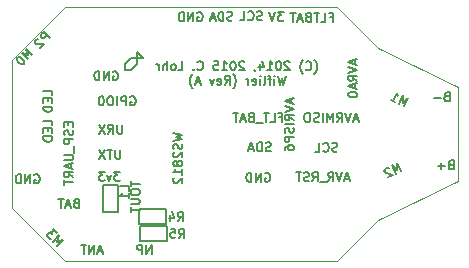
<source format=gbo>
G04 (created by PCBNEW (2013-jul-07)-stable) date Fri 12 Jun 2015 01:12:31 PM EDT*
%MOIN*%
G04 Gerber Fmt 3.4, Leading zero omitted, Abs format*
%FSLAX34Y34*%
G01*
G70*
G90*
G04 APERTURE LIST*
%ADD10C,0.00590551*%
%ADD11C,0.006*%
%ADD12C,0.00393701*%
%ADD13C,0.00787402*%
%ADD14C,0.005*%
G04 APERTURE END LIST*
G54D10*
G54D11*
X26814Y-23028D02*
X26914Y-23028D01*
X26914Y-23185D02*
X26914Y-22885D01*
X26772Y-22885D01*
X26514Y-23185D02*
X26657Y-23185D01*
X26657Y-22885D01*
X26457Y-22885D02*
X26286Y-22885D01*
X26372Y-23185D02*
X26372Y-22885D01*
X26257Y-23214D02*
X26029Y-23214D01*
X25857Y-23028D02*
X25815Y-23042D01*
X25800Y-23056D01*
X25786Y-23085D01*
X25786Y-23128D01*
X25800Y-23156D01*
X25815Y-23171D01*
X25843Y-23185D01*
X25957Y-23185D01*
X25957Y-22885D01*
X25857Y-22885D01*
X25829Y-22899D01*
X25815Y-22914D01*
X25800Y-22942D01*
X25800Y-22971D01*
X25815Y-22999D01*
X25829Y-23014D01*
X25857Y-23028D01*
X25957Y-23028D01*
X25672Y-23099D02*
X25529Y-23099D01*
X25700Y-23185D02*
X25600Y-22885D01*
X25500Y-23185D01*
X25443Y-22885D02*
X25272Y-22885D01*
X25357Y-23185D02*
X25357Y-22885D01*
X26523Y-24159D02*
X26480Y-24173D01*
X26408Y-24173D01*
X26380Y-24159D01*
X26366Y-24144D01*
X26351Y-24116D01*
X26351Y-24087D01*
X26366Y-24059D01*
X26380Y-24044D01*
X26408Y-24030D01*
X26466Y-24016D01*
X26494Y-24002D01*
X26508Y-23987D01*
X26523Y-23959D01*
X26523Y-23930D01*
X26508Y-23902D01*
X26494Y-23887D01*
X26466Y-23873D01*
X26394Y-23873D01*
X26351Y-23887D01*
X26223Y-24173D02*
X26223Y-23873D01*
X26151Y-23873D01*
X26109Y-23887D01*
X26080Y-23916D01*
X26066Y-23944D01*
X26051Y-24002D01*
X26051Y-24044D01*
X26066Y-24102D01*
X26080Y-24130D01*
X26109Y-24159D01*
X26151Y-24173D01*
X26223Y-24173D01*
X25937Y-24087D02*
X25794Y-24087D01*
X25966Y-24173D02*
X25866Y-23873D01*
X25766Y-24173D01*
X26338Y-24902D02*
X26367Y-24888D01*
X26410Y-24888D01*
X26452Y-24902D01*
X26481Y-24931D01*
X26495Y-24959D01*
X26510Y-25017D01*
X26510Y-25059D01*
X26495Y-25117D01*
X26481Y-25145D01*
X26452Y-25174D01*
X26410Y-25188D01*
X26381Y-25188D01*
X26338Y-25174D01*
X26324Y-25159D01*
X26324Y-25059D01*
X26381Y-25059D01*
X26195Y-25188D02*
X26195Y-24888D01*
X26024Y-25188D01*
X26024Y-24888D01*
X25881Y-25188D02*
X25881Y-24888D01*
X25810Y-24888D01*
X25767Y-24902D01*
X25738Y-24931D01*
X25724Y-24959D01*
X25710Y-25017D01*
X25710Y-25059D01*
X25724Y-25117D01*
X25738Y-25145D01*
X25767Y-25174D01*
X25810Y-25188D01*
X25881Y-25188D01*
X29144Y-25081D02*
X29001Y-25081D01*
X29173Y-25167D02*
X29073Y-24867D01*
X28973Y-25167D01*
X28915Y-24867D02*
X28815Y-25167D01*
X28715Y-24867D01*
X28444Y-25167D02*
X28544Y-25024D01*
X28615Y-25167D02*
X28615Y-24867D01*
X28501Y-24867D01*
X28472Y-24881D01*
X28458Y-24896D01*
X28444Y-24924D01*
X28444Y-24967D01*
X28458Y-24996D01*
X28472Y-25010D01*
X28501Y-25024D01*
X28615Y-25024D01*
X28387Y-25196D02*
X28158Y-25196D01*
X27915Y-25167D02*
X28015Y-25024D01*
X28087Y-25167D02*
X28087Y-24867D01*
X27973Y-24867D01*
X27944Y-24881D01*
X27930Y-24896D01*
X27915Y-24924D01*
X27915Y-24967D01*
X27930Y-24996D01*
X27944Y-25010D01*
X27973Y-25024D01*
X28087Y-25024D01*
X27801Y-25153D02*
X27758Y-25167D01*
X27687Y-25167D01*
X27658Y-25153D01*
X27644Y-25138D01*
X27630Y-25110D01*
X27630Y-25081D01*
X27644Y-25053D01*
X27658Y-25038D01*
X27687Y-25024D01*
X27744Y-25010D01*
X27773Y-24996D01*
X27787Y-24981D01*
X27801Y-24953D01*
X27801Y-24924D01*
X27787Y-24896D01*
X27773Y-24881D01*
X27744Y-24867D01*
X27673Y-24867D01*
X27630Y-24881D01*
X27544Y-24867D02*
X27373Y-24867D01*
X27458Y-25167D02*
X27458Y-24867D01*
X28740Y-24170D02*
X28697Y-24184D01*
X28625Y-24184D01*
X28597Y-24170D01*
X28582Y-24155D01*
X28568Y-24127D01*
X28568Y-24098D01*
X28582Y-24070D01*
X28597Y-24055D01*
X28625Y-24041D01*
X28682Y-24027D01*
X28711Y-24013D01*
X28725Y-23998D01*
X28740Y-23970D01*
X28740Y-23941D01*
X28725Y-23913D01*
X28711Y-23898D01*
X28682Y-23884D01*
X28611Y-23884D01*
X28568Y-23898D01*
X28268Y-24155D02*
X28283Y-24170D01*
X28325Y-24184D01*
X28354Y-24184D01*
X28397Y-24170D01*
X28425Y-24141D01*
X28440Y-24113D01*
X28454Y-24055D01*
X28454Y-24013D01*
X28440Y-23955D01*
X28425Y-23927D01*
X28397Y-23898D01*
X28354Y-23884D01*
X28325Y-23884D01*
X28283Y-23898D01*
X28268Y-23913D01*
X27997Y-24184D02*
X28140Y-24184D01*
X28140Y-23884D01*
X29431Y-23107D02*
X29289Y-23107D01*
X29460Y-23193D02*
X29360Y-22893D01*
X29260Y-23193D01*
X29203Y-22893D02*
X29103Y-23193D01*
X29003Y-22893D01*
X28731Y-23193D02*
X28831Y-23050D01*
X28903Y-23193D02*
X28903Y-22893D01*
X28789Y-22893D01*
X28760Y-22907D01*
X28746Y-22922D01*
X28731Y-22950D01*
X28731Y-22993D01*
X28746Y-23022D01*
X28760Y-23036D01*
X28789Y-23050D01*
X28903Y-23050D01*
X28603Y-23193D02*
X28603Y-22893D01*
X28503Y-23107D01*
X28403Y-22893D01*
X28403Y-23193D01*
X28260Y-23193D02*
X28260Y-22893D01*
X28131Y-23179D02*
X28089Y-23193D01*
X28017Y-23193D01*
X27989Y-23179D01*
X27974Y-23164D01*
X27960Y-23136D01*
X27960Y-23107D01*
X27974Y-23079D01*
X27989Y-23064D01*
X28017Y-23050D01*
X28074Y-23036D01*
X28103Y-23022D01*
X28117Y-23007D01*
X28131Y-22979D01*
X28131Y-22950D01*
X28117Y-22922D01*
X28103Y-22907D01*
X28074Y-22893D01*
X28003Y-22893D01*
X27960Y-22907D01*
X27774Y-22893D02*
X27717Y-22893D01*
X27689Y-22907D01*
X27660Y-22936D01*
X27646Y-22993D01*
X27646Y-23093D01*
X27660Y-23150D01*
X27689Y-23179D01*
X27717Y-23193D01*
X27774Y-23193D01*
X27803Y-23179D01*
X27831Y-23150D01*
X27846Y-23093D01*
X27846Y-22993D01*
X27831Y-22936D01*
X27803Y-22907D01*
X27774Y-22893D01*
G54D12*
X28718Y-19360D02*
X19662Y-19360D01*
X28718Y-27825D02*
X19662Y-27825D01*
X19662Y-27825D02*
X17891Y-26053D01*
X17891Y-21132D02*
X19662Y-19360D01*
X32753Y-25167D02*
X30096Y-26447D01*
X32753Y-22018D02*
X32753Y-25167D01*
X30096Y-20738D02*
X32753Y-22018D01*
X17891Y-21132D02*
X17891Y-26053D01*
G54D13*
X21876Y-21461D02*
X21676Y-21461D01*
X22076Y-21261D02*
X21876Y-21461D01*
X22076Y-21061D02*
X22076Y-21261D01*
X22276Y-21061D02*
X22076Y-21061D01*
X22076Y-20861D02*
X22276Y-21061D01*
X22076Y-21061D02*
X22076Y-20861D01*
X21876Y-21061D02*
X22076Y-21061D01*
X21676Y-21261D02*
X21876Y-21061D01*
X21676Y-21461D02*
X21676Y-21261D01*
G54D11*
X27981Y-21575D02*
X27995Y-21561D01*
X28024Y-21518D01*
X28038Y-21490D01*
X28052Y-21447D01*
X28067Y-21375D01*
X28067Y-21318D01*
X28052Y-21247D01*
X28038Y-21204D01*
X28024Y-21175D01*
X27995Y-21132D01*
X27981Y-21118D01*
X27695Y-21432D02*
X27709Y-21447D01*
X27752Y-21461D01*
X27781Y-21461D01*
X27824Y-21447D01*
X27852Y-21418D01*
X27867Y-21390D01*
X27881Y-21332D01*
X27881Y-21290D01*
X27867Y-21232D01*
X27852Y-21204D01*
X27824Y-21175D01*
X27781Y-21161D01*
X27752Y-21161D01*
X27709Y-21175D01*
X27695Y-21190D01*
X27595Y-21575D02*
X27581Y-21561D01*
X27552Y-21518D01*
X27538Y-21490D01*
X27524Y-21447D01*
X27509Y-21375D01*
X27509Y-21318D01*
X27524Y-21247D01*
X27538Y-21204D01*
X27552Y-21175D01*
X27581Y-21132D01*
X27595Y-21118D01*
X27152Y-21190D02*
X27138Y-21175D01*
X27109Y-21161D01*
X27038Y-21161D01*
X27009Y-21175D01*
X26995Y-21190D01*
X26981Y-21218D01*
X26981Y-21247D01*
X26995Y-21290D01*
X27167Y-21461D01*
X26981Y-21461D01*
X26795Y-21161D02*
X26767Y-21161D01*
X26738Y-21175D01*
X26724Y-21190D01*
X26709Y-21218D01*
X26695Y-21275D01*
X26695Y-21347D01*
X26709Y-21404D01*
X26724Y-21432D01*
X26738Y-21447D01*
X26767Y-21461D01*
X26795Y-21461D01*
X26824Y-21447D01*
X26838Y-21432D01*
X26852Y-21404D01*
X26867Y-21347D01*
X26867Y-21275D01*
X26852Y-21218D01*
X26838Y-21190D01*
X26824Y-21175D01*
X26795Y-21161D01*
X26409Y-21461D02*
X26581Y-21461D01*
X26495Y-21461D02*
X26495Y-21161D01*
X26524Y-21204D01*
X26552Y-21232D01*
X26581Y-21247D01*
X26152Y-21261D02*
X26152Y-21461D01*
X26224Y-21147D02*
X26295Y-21361D01*
X26109Y-21361D01*
X25981Y-21447D02*
X25981Y-21461D01*
X25995Y-21490D01*
X26009Y-21504D01*
X25638Y-21190D02*
X25624Y-21175D01*
X25595Y-21161D01*
X25524Y-21161D01*
X25495Y-21175D01*
X25481Y-21190D01*
X25467Y-21218D01*
X25467Y-21247D01*
X25481Y-21290D01*
X25652Y-21461D01*
X25467Y-21461D01*
X25281Y-21161D02*
X25252Y-21161D01*
X25224Y-21175D01*
X25210Y-21190D01*
X25195Y-21218D01*
X25181Y-21275D01*
X25181Y-21347D01*
X25195Y-21404D01*
X25210Y-21432D01*
X25224Y-21447D01*
X25252Y-21461D01*
X25281Y-21461D01*
X25310Y-21447D01*
X25324Y-21432D01*
X25338Y-21404D01*
X25352Y-21347D01*
X25352Y-21275D01*
X25338Y-21218D01*
X25324Y-21190D01*
X25310Y-21175D01*
X25281Y-21161D01*
X24895Y-21461D02*
X25067Y-21461D01*
X24981Y-21461D02*
X24981Y-21161D01*
X25010Y-21204D01*
X25038Y-21232D01*
X25067Y-21247D01*
X24624Y-21161D02*
X24767Y-21161D01*
X24781Y-21304D01*
X24767Y-21290D01*
X24738Y-21275D01*
X24667Y-21275D01*
X24638Y-21290D01*
X24624Y-21304D01*
X24610Y-21332D01*
X24610Y-21404D01*
X24624Y-21432D01*
X24638Y-21447D01*
X24667Y-21461D01*
X24738Y-21461D01*
X24767Y-21447D01*
X24781Y-21432D01*
X24081Y-21432D02*
X24095Y-21447D01*
X24138Y-21461D01*
X24167Y-21461D01*
X24210Y-21447D01*
X24238Y-21418D01*
X24252Y-21390D01*
X24267Y-21332D01*
X24267Y-21290D01*
X24252Y-21232D01*
X24238Y-21204D01*
X24210Y-21175D01*
X24167Y-21161D01*
X24138Y-21161D01*
X24095Y-21175D01*
X24081Y-21190D01*
X23952Y-21432D02*
X23938Y-21447D01*
X23952Y-21461D01*
X23967Y-21447D01*
X23952Y-21432D01*
X23952Y-21461D01*
X23438Y-21461D02*
X23581Y-21461D01*
X23581Y-21161D01*
X23295Y-21461D02*
X23324Y-21447D01*
X23338Y-21432D01*
X23352Y-21404D01*
X23352Y-21318D01*
X23338Y-21290D01*
X23324Y-21275D01*
X23295Y-21261D01*
X23252Y-21261D01*
X23224Y-21275D01*
X23210Y-21290D01*
X23195Y-21318D01*
X23195Y-21404D01*
X23210Y-21432D01*
X23224Y-21447D01*
X23252Y-21461D01*
X23295Y-21461D01*
X23067Y-21461D02*
X23067Y-21161D01*
X22938Y-21461D02*
X22938Y-21304D01*
X22952Y-21275D01*
X22981Y-21261D01*
X23024Y-21261D01*
X23052Y-21275D01*
X23067Y-21290D01*
X22795Y-21461D02*
X22795Y-21261D01*
X22795Y-21318D02*
X22781Y-21290D01*
X22767Y-21275D01*
X22738Y-21261D01*
X22710Y-21261D01*
X27017Y-21641D02*
X26945Y-21941D01*
X26888Y-21727D01*
X26831Y-21941D01*
X26759Y-21641D01*
X26645Y-21941D02*
X26645Y-21741D01*
X26645Y-21641D02*
X26659Y-21655D01*
X26645Y-21670D01*
X26631Y-21655D01*
X26645Y-21641D01*
X26645Y-21670D01*
X26545Y-21741D02*
X26431Y-21741D01*
X26502Y-21941D02*
X26502Y-21684D01*
X26488Y-21655D01*
X26459Y-21641D01*
X26431Y-21641D01*
X26288Y-21941D02*
X26317Y-21927D01*
X26331Y-21898D01*
X26331Y-21641D01*
X26174Y-21941D02*
X26174Y-21741D01*
X26174Y-21641D02*
X26188Y-21655D01*
X26174Y-21670D01*
X26159Y-21655D01*
X26174Y-21641D01*
X26174Y-21670D01*
X25917Y-21927D02*
X25945Y-21941D01*
X26002Y-21941D01*
X26031Y-21927D01*
X26045Y-21898D01*
X26045Y-21784D01*
X26031Y-21755D01*
X26002Y-21741D01*
X25945Y-21741D01*
X25917Y-21755D01*
X25902Y-21784D01*
X25902Y-21812D01*
X26045Y-21841D01*
X25774Y-21941D02*
X25774Y-21741D01*
X25774Y-21798D02*
X25759Y-21770D01*
X25745Y-21755D01*
X25717Y-21741D01*
X25688Y-21741D01*
X25274Y-22055D02*
X25288Y-22041D01*
X25317Y-21998D01*
X25331Y-21970D01*
X25345Y-21927D01*
X25359Y-21855D01*
X25359Y-21798D01*
X25345Y-21727D01*
X25331Y-21684D01*
X25317Y-21655D01*
X25288Y-21612D01*
X25274Y-21598D01*
X24988Y-21941D02*
X25088Y-21798D01*
X25159Y-21941D02*
X25159Y-21641D01*
X25045Y-21641D01*
X25017Y-21655D01*
X25002Y-21670D01*
X24988Y-21698D01*
X24988Y-21741D01*
X25002Y-21770D01*
X25017Y-21784D01*
X25045Y-21798D01*
X25159Y-21798D01*
X24745Y-21927D02*
X24774Y-21941D01*
X24831Y-21941D01*
X24859Y-21927D01*
X24874Y-21898D01*
X24874Y-21784D01*
X24859Y-21755D01*
X24831Y-21741D01*
X24774Y-21741D01*
X24745Y-21755D01*
X24731Y-21784D01*
X24731Y-21812D01*
X24874Y-21841D01*
X24631Y-21741D02*
X24559Y-21941D01*
X24488Y-21741D01*
X24160Y-21855D02*
X24017Y-21855D01*
X24188Y-21941D02*
X24088Y-21641D01*
X23988Y-21941D01*
X23917Y-22055D02*
X23902Y-22041D01*
X23874Y-21998D01*
X23860Y-21970D01*
X23845Y-21927D01*
X23831Y-21855D01*
X23831Y-21798D01*
X23845Y-21727D01*
X23860Y-21684D01*
X23874Y-21655D01*
X23902Y-21612D01*
X23917Y-21598D01*
X21263Y-21514D02*
X21292Y-21500D01*
X21335Y-21500D01*
X21377Y-21514D01*
X21406Y-21543D01*
X21420Y-21571D01*
X21435Y-21629D01*
X21435Y-21671D01*
X21420Y-21729D01*
X21406Y-21757D01*
X21377Y-21786D01*
X21335Y-21800D01*
X21306Y-21800D01*
X21263Y-21786D01*
X21249Y-21771D01*
X21249Y-21671D01*
X21306Y-21671D01*
X21120Y-21800D02*
X21120Y-21500D01*
X20949Y-21800D01*
X20949Y-21500D01*
X20806Y-21800D02*
X20806Y-21500D01*
X20735Y-21500D01*
X20692Y-21514D01*
X20663Y-21543D01*
X20649Y-21571D01*
X20635Y-21629D01*
X20635Y-21671D01*
X20649Y-21729D01*
X20663Y-21757D01*
X20692Y-21786D01*
X20735Y-21800D01*
X20806Y-21800D01*
X21848Y-22354D02*
X21877Y-22340D01*
X21920Y-22340D01*
X21963Y-22354D01*
X21991Y-22383D01*
X22005Y-22411D01*
X22020Y-22469D01*
X22020Y-22511D01*
X22005Y-22569D01*
X21991Y-22597D01*
X21963Y-22626D01*
X21920Y-22640D01*
X21891Y-22640D01*
X21848Y-22626D01*
X21834Y-22611D01*
X21834Y-22511D01*
X21891Y-22511D01*
X21705Y-22640D02*
X21705Y-22340D01*
X21591Y-22340D01*
X21563Y-22354D01*
X21548Y-22369D01*
X21534Y-22397D01*
X21534Y-22440D01*
X21548Y-22469D01*
X21563Y-22483D01*
X21591Y-22497D01*
X21705Y-22497D01*
X21405Y-22640D02*
X21405Y-22340D01*
X21206Y-22340D02*
X21148Y-22340D01*
X21120Y-22354D01*
X21091Y-22383D01*
X21077Y-22440D01*
X21077Y-22540D01*
X21091Y-22597D01*
X21120Y-22626D01*
X21148Y-22640D01*
X21206Y-22640D01*
X21234Y-22626D01*
X21263Y-22597D01*
X21277Y-22540D01*
X21277Y-22440D01*
X21263Y-22383D01*
X21234Y-22354D01*
X21206Y-22340D01*
X20891Y-22340D02*
X20863Y-22340D01*
X20834Y-22354D01*
X20820Y-22369D01*
X20805Y-22397D01*
X20791Y-22454D01*
X20791Y-22526D01*
X20805Y-22583D01*
X20820Y-22611D01*
X20834Y-22626D01*
X20863Y-22640D01*
X20891Y-22640D01*
X20920Y-22626D01*
X20934Y-22611D01*
X20948Y-22583D01*
X20963Y-22526D01*
X20963Y-22454D01*
X20948Y-22397D01*
X20934Y-22369D01*
X20920Y-22354D01*
X20891Y-22340D01*
X21581Y-23278D02*
X21581Y-23521D01*
X21567Y-23549D01*
X21553Y-23564D01*
X21524Y-23578D01*
X21467Y-23578D01*
X21438Y-23564D01*
X21424Y-23549D01*
X21410Y-23521D01*
X21410Y-23278D01*
X21095Y-23578D02*
X21195Y-23435D01*
X21267Y-23578D02*
X21267Y-23278D01*
X21153Y-23278D01*
X21124Y-23292D01*
X21110Y-23307D01*
X21095Y-23335D01*
X21095Y-23378D01*
X21110Y-23407D01*
X21124Y-23421D01*
X21153Y-23435D01*
X21267Y-23435D01*
X20995Y-23278D02*
X20795Y-23578D01*
X20795Y-23278D02*
X20995Y-23578D01*
X21510Y-24118D02*
X21510Y-24361D01*
X21496Y-24389D01*
X21482Y-24404D01*
X21453Y-24418D01*
X21396Y-24418D01*
X21367Y-24404D01*
X21353Y-24389D01*
X21339Y-24361D01*
X21339Y-24118D01*
X21239Y-24118D02*
X21067Y-24118D01*
X21153Y-24418D02*
X21153Y-24118D01*
X20996Y-24118D02*
X20796Y-24418D01*
X20796Y-24118D02*
X20996Y-24418D01*
X21497Y-24853D02*
X21311Y-24853D01*
X21411Y-24967D01*
X21368Y-24967D01*
X21339Y-24982D01*
X21325Y-24996D01*
X21311Y-25024D01*
X21311Y-25096D01*
X21325Y-25124D01*
X21339Y-25139D01*
X21368Y-25153D01*
X21454Y-25153D01*
X21482Y-25139D01*
X21497Y-25124D01*
X21211Y-24953D02*
X21139Y-25153D01*
X21068Y-24953D01*
X20982Y-24853D02*
X20797Y-24853D01*
X20897Y-24967D01*
X20854Y-24967D01*
X20825Y-24982D01*
X20811Y-24996D01*
X20797Y-25024D01*
X20797Y-25096D01*
X20811Y-25124D01*
X20825Y-25139D01*
X20854Y-25153D01*
X20940Y-25153D01*
X20968Y-25139D01*
X20982Y-25124D01*
X20030Y-25893D02*
X19987Y-25907D01*
X19973Y-25921D01*
X19959Y-25950D01*
X19959Y-25993D01*
X19973Y-26021D01*
X19987Y-26036D01*
X20016Y-26050D01*
X20130Y-26050D01*
X20130Y-25750D01*
X20030Y-25750D01*
X20001Y-25764D01*
X19987Y-25779D01*
X19973Y-25807D01*
X19973Y-25836D01*
X19987Y-25864D01*
X20001Y-25879D01*
X20030Y-25893D01*
X20130Y-25893D01*
X19844Y-25964D02*
X19701Y-25964D01*
X19873Y-26050D02*
X19773Y-25750D01*
X19673Y-26050D01*
X19616Y-25750D02*
X19444Y-25750D01*
X19530Y-26050D02*
X19530Y-25750D01*
G54D12*
X28718Y-19360D02*
X30096Y-20738D01*
X28718Y-27825D02*
X30096Y-26447D01*
G54D14*
X21418Y-26199D02*
X21418Y-25299D01*
X21418Y-25299D02*
X20918Y-25299D01*
X20918Y-25299D02*
X20918Y-26199D01*
X20918Y-26199D02*
X21418Y-26199D01*
X23036Y-26075D02*
X22136Y-26075D01*
X22136Y-26075D02*
X22136Y-26575D01*
X22136Y-26575D02*
X23036Y-26575D01*
X23036Y-26575D02*
X23036Y-26075D01*
X22149Y-27147D02*
X23049Y-27147D01*
X23049Y-27147D02*
X23049Y-26647D01*
X23049Y-26647D02*
X22149Y-26647D01*
X22149Y-26647D02*
X22149Y-27147D01*
G54D11*
X27205Y-22422D02*
X27205Y-22565D01*
X27291Y-22394D02*
X26991Y-22494D01*
X27291Y-22594D01*
X26991Y-22651D02*
X27291Y-22751D01*
X26991Y-22851D01*
X27291Y-23122D02*
X27148Y-23022D01*
X27291Y-22951D02*
X26991Y-22951D01*
X26991Y-23065D01*
X27005Y-23094D01*
X27020Y-23108D01*
X27048Y-23122D01*
X27091Y-23122D01*
X27120Y-23108D01*
X27134Y-23094D01*
X27148Y-23065D01*
X27148Y-22951D01*
X27291Y-23251D02*
X26991Y-23251D01*
X27277Y-23380D02*
X27291Y-23422D01*
X27291Y-23494D01*
X27277Y-23522D01*
X27262Y-23537D01*
X27234Y-23551D01*
X27205Y-23551D01*
X27177Y-23537D01*
X27162Y-23522D01*
X27148Y-23494D01*
X27134Y-23437D01*
X27120Y-23408D01*
X27105Y-23394D01*
X27077Y-23380D01*
X27048Y-23380D01*
X27020Y-23394D01*
X27005Y-23408D01*
X26991Y-23437D01*
X26991Y-23508D01*
X27005Y-23551D01*
X27291Y-23680D02*
X26991Y-23680D01*
X26991Y-23794D01*
X27005Y-23822D01*
X27020Y-23837D01*
X27048Y-23851D01*
X27091Y-23851D01*
X27120Y-23837D01*
X27134Y-23822D01*
X27148Y-23794D01*
X27148Y-23680D01*
X26991Y-24108D02*
X26991Y-24051D01*
X27005Y-24022D01*
X27020Y-24008D01*
X27062Y-23980D01*
X27120Y-23965D01*
X27234Y-23965D01*
X27262Y-23980D01*
X27277Y-23994D01*
X27291Y-24022D01*
X27291Y-24080D01*
X27277Y-24108D01*
X27262Y-24122D01*
X27234Y-24137D01*
X27162Y-24137D01*
X27134Y-24122D01*
X27120Y-24108D01*
X27105Y-24080D01*
X27105Y-24022D01*
X27120Y-23994D01*
X27134Y-23980D01*
X27162Y-23965D01*
X21783Y-25480D02*
X21783Y-25337D01*
X21483Y-25337D01*
X21783Y-25737D02*
X21783Y-25565D01*
X21783Y-25651D02*
X21483Y-25651D01*
X21526Y-25622D01*
X21554Y-25594D01*
X21569Y-25565D01*
X19781Y-23205D02*
X19781Y-23305D01*
X19938Y-23348D02*
X19938Y-23205D01*
X19638Y-23205D01*
X19638Y-23348D01*
X19924Y-23462D02*
X19938Y-23505D01*
X19938Y-23577D01*
X19924Y-23605D01*
X19909Y-23619D01*
X19881Y-23634D01*
X19852Y-23634D01*
X19824Y-23619D01*
X19809Y-23605D01*
X19795Y-23577D01*
X19781Y-23519D01*
X19767Y-23491D01*
X19752Y-23477D01*
X19724Y-23462D01*
X19695Y-23462D01*
X19667Y-23477D01*
X19652Y-23491D01*
X19638Y-23519D01*
X19638Y-23591D01*
X19652Y-23634D01*
X19938Y-23762D02*
X19638Y-23762D01*
X19638Y-23877D01*
X19652Y-23905D01*
X19667Y-23919D01*
X19695Y-23934D01*
X19738Y-23934D01*
X19767Y-23919D01*
X19781Y-23905D01*
X19795Y-23877D01*
X19795Y-23762D01*
X19967Y-23991D02*
X19967Y-24219D01*
X19638Y-24291D02*
X19881Y-24291D01*
X19909Y-24305D01*
X19924Y-24319D01*
X19938Y-24348D01*
X19938Y-24405D01*
X19924Y-24434D01*
X19909Y-24448D01*
X19881Y-24462D01*
X19638Y-24462D01*
X19852Y-24591D02*
X19852Y-24734D01*
X19938Y-24562D02*
X19638Y-24662D01*
X19938Y-24762D01*
X19938Y-25034D02*
X19795Y-24934D01*
X19938Y-24862D02*
X19638Y-24862D01*
X19638Y-24977D01*
X19652Y-25005D01*
X19667Y-25019D01*
X19695Y-25034D01*
X19738Y-25034D01*
X19767Y-25019D01*
X19781Y-25005D01*
X19795Y-24977D01*
X19795Y-24862D01*
X19638Y-25119D02*
X19638Y-25291D01*
X19938Y-25205D02*
X19638Y-25205D01*
X20916Y-27503D02*
X20774Y-27503D01*
X20945Y-27589D02*
X20845Y-27289D01*
X20745Y-27589D01*
X20645Y-27589D02*
X20645Y-27289D01*
X20474Y-27589D01*
X20474Y-27289D01*
X20374Y-27289D02*
X20202Y-27289D01*
X20288Y-27589D02*
X20288Y-27289D01*
X19163Y-20404D02*
X18951Y-20192D01*
X18870Y-20272D01*
X18860Y-20303D01*
X18860Y-20323D01*
X18870Y-20353D01*
X18900Y-20384D01*
X18931Y-20394D01*
X18951Y-20394D01*
X18981Y-20384D01*
X19062Y-20303D01*
X18769Y-20414D02*
X18749Y-20414D01*
X18718Y-20424D01*
X18668Y-20475D01*
X18658Y-20505D01*
X18658Y-20525D01*
X18668Y-20555D01*
X18688Y-20576D01*
X18729Y-20596D01*
X18971Y-20596D01*
X18840Y-20727D01*
X18579Y-20961D02*
X18367Y-20749D01*
X18448Y-20971D01*
X18226Y-20890D01*
X18438Y-21102D01*
X18084Y-21031D02*
X18064Y-21052D01*
X18054Y-21082D01*
X18054Y-21102D01*
X18064Y-21132D01*
X18094Y-21183D01*
X18145Y-21233D01*
X18195Y-21264D01*
X18226Y-21274D01*
X18246Y-21274D01*
X18276Y-21264D01*
X18296Y-21243D01*
X18306Y-21213D01*
X18306Y-21193D01*
X18296Y-21163D01*
X18266Y-21112D01*
X18215Y-21062D01*
X18165Y-21031D01*
X18135Y-21021D01*
X18114Y-21021D01*
X18084Y-21031D01*
X30975Y-22661D02*
X31102Y-22389D01*
X30921Y-22541D01*
X30921Y-22305D01*
X30794Y-22577D01*
X30522Y-22450D02*
X30677Y-22522D01*
X30600Y-22486D02*
X30727Y-22214D01*
X30734Y-22265D01*
X30748Y-22303D01*
X30768Y-22328D01*
X30871Y-24827D02*
X30744Y-24555D01*
X30744Y-24791D01*
X30563Y-24640D01*
X30690Y-24911D01*
X30458Y-24720D02*
X30439Y-24713D01*
X30408Y-24712D01*
X30343Y-24742D01*
X30323Y-24767D01*
X30316Y-24786D01*
X30315Y-24818D01*
X30327Y-24844D01*
X30358Y-24877D01*
X30586Y-24960D01*
X30418Y-25038D01*
X19396Y-27322D02*
X19608Y-27110D01*
X19386Y-27191D01*
X19467Y-26969D01*
X19255Y-27181D01*
X19386Y-26888D02*
X19255Y-26756D01*
X19245Y-26908D01*
X19215Y-26878D01*
X19184Y-26868D01*
X19164Y-26868D01*
X19134Y-26878D01*
X19083Y-26928D01*
X19073Y-26958D01*
X19073Y-26979D01*
X19083Y-27009D01*
X19144Y-27070D01*
X19174Y-27080D01*
X19194Y-27080D01*
X32382Y-22340D02*
X32339Y-22354D01*
X32325Y-22368D01*
X32310Y-22397D01*
X32310Y-22440D01*
X32325Y-22468D01*
X32339Y-22483D01*
X32368Y-22497D01*
X32482Y-22497D01*
X32482Y-22197D01*
X32382Y-22197D01*
X32353Y-22211D01*
X32339Y-22226D01*
X32325Y-22254D01*
X32325Y-22283D01*
X32339Y-22311D01*
X32353Y-22326D01*
X32382Y-22340D01*
X32482Y-22340D01*
X32182Y-22383D02*
X31953Y-22383D01*
X32522Y-24615D02*
X32479Y-24629D01*
X32465Y-24643D01*
X32450Y-24672D01*
X32450Y-24715D01*
X32465Y-24743D01*
X32479Y-24758D01*
X32508Y-24772D01*
X32622Y-24772D01*
X32622Y-24472D01*
X32522Y-24472D01*
X32493Y-24486D01*
X32479Y-24501D01*
X32465Y-24529D01*
X32465Y-24558D01*
X32479Y-24586D01*
X32493Y-24601D01*
X32522Y-24615D01*
X32622Y-24615D01*
X32322Y-24658D02*
X32093Y-24658D01*
X32208Y-24772D02*
X32208Y-24543D01*
X23274Y-23557D02*
X23574Y-23628D01*
X23360Y-23685D01*
X23574Y-23742D01*
X23274Y-23814D01*
X23560Y-23914D02*
X23574Y-23957D01*
X23574Y-24028D01*
X23560Y-24057D01*
X23545Y-24071D01*
X23517Y-24085D01*
X23488Y-24085D01*
X23460Y-24071D01*
X23445Y-24057D01*
X23431Y-24028D01*
X23417Y-23971D01*
X23403Y-23942D01*
X23388Y-23928D01*
X23360Y-23914D01*
X23331Y-23914D01*
X23303Y-23928D01*
X23288Y-23942D01*
X23274Y-23971D01*
X23274Y-24042D01*
X23288Y-24085D01*
X23303Y-24200D02*
X23288Y-24214D01*
X23274Y-24242D01*
X23274Y-24314D01*
X23288Y-24342D01*
X23303Y-24357D01*
X23331Y-24371D01*
X23360Y-24371D01*
X23403Y-24357D01*
X23574Y-24185D01*
X23574Y-24371D01*
X23403Y-24542D02*
X23388Y-24514D01*
X23374Y-24500D01*
X23345Y-24485D01*
X23331Y-24485D01*
X23303Y-24500D01*
X23288Y-24514D01*
X23274Y-24542D01*
X23274Y-24600D01*
X23288Y-24628D01*
X23303Y-24642D01*
X23331Y-24657D01*
X23345Y-24657D01*
X23374Y-24642D01*
X23388Y-24628D01*
X23403Y-24600D01*
X23403Y-24542D01*
X23417Y-24514D01*
X23431Y-24500D01*
X23460Y-24485D01*
X23517Y-24485D01*
X23545Y-24500D01*
X23560Y-24514D01*
X23574Y-24542D01*
X23574Y-24600D01*
X23560Y-24628D01*
X23545Y-24642D01*
X23517Y-24657D01*
X23460Y-24657D01*
X23431Y-24642D01*
X23417Y-24628D01*
X23403Y-24600D01*
X23574Y-24942D02*
X23574Y-24771D01*
X23574Y-24857D02*
X23274Y-24857D01*
X23317Y-24828D01*
X23345Y-24800D01*
X23360Y-24771D01*
X23303Y-25057D02*
X23288Y-25071D01*
X23274Y-25100D01*
X23274Y-25171D01*
X23288Y-25200D01*
X23303Y-25214D01*
X23331Y-25228D01*
X23360Y-25228D01*
X23403Y-25214D01*
X23574Y-25042D01*
X23574Y-25228D01*
X25244Y-19807D02*
X25201Y-19821D01*
X25129Y-19821D01*
X25101Y-19807D01*
X25087Y-19792D01*
X25072Y-19764D01*
X25072Y-19735D01*
X25087Y-19707D01*
X25101Y-19692D01*
X25129Y-19678D01*
X25187Y-19664D01*
X25215Y-19650D01*
X25229Y-19635D01*
X25244Y-19607D01*
X25244Y-19578D01*
X25229Y-19550D01*
X25215Y-19535D01*
X25187Y-19521D01*
X25115Y-19521D01*
X25072Y-19535D01*
X24944Y-19821D02*
X24944Y-19521D01*
X24872Y-19521D01*
X24830Y-19535D01*
X24801Y-19564D01*
X24787Y-19592D01*
X24772Y-19650D01*
X24772Y-19692D01*
X24787Y-19750D01*
X24801Y-19778D01*
X24830Y-19807D01*
X24872Y-19821D01*
X24944Y-19821D01*
X24658Y-19735D02*
X24515Y-19735D01*
X24687Y-19821D02*
X24587Y-19521D01*
X24487Y-19821D01*
X26237Y-19787D02*
X26194Y-19801D01*
X26122Y-19801D01*
X26094Y-19787D01*
X26079Y-19772D01*
X26065Y-19744D01*
X26065Y-19715D01*
X26079Y-19687D01*
X26094Y-19672D01*
X26122Y-19658D01*
X26179Y-19644D01*
X26208Y-19630D01*
X26222Y-19615D01*
X26237Y-19587D01*
X26237Y-19558D01*
X26222Y-19530D01*
X26208Y-19515D01*
X26179Y-19501D01*
X26108Y-19501D01*
X26065Y-19515D01*
X25765Y-19772D02*
X25780Y-19787D01*
X25822Y-19801D01*
X25851Y-19801D01*
X25894Y-19787D01*
X25922Y-19758D01*
X25937Y-19730D01*
X25951Y-19672D01*
X25951Y-19630D01*
X25937Y-19572D01*
X25922Y-19544D01*
X25894Y-19515D01*
X25851Y-19501D01*
X25822Y-19501D01*
X25780Y-19515D01*
X25765Y-19530D01*
X25494Y-19801D02*
X25637Y-19801D01*
X25637Y-19501D01*
X26949Y-19522D02*
X26763Y-19522D01*
X26863Y-19636D01*
X26820Y-19636D01*
X26792Y-19651D01*
X26778Y-19665D01*
X26763Y-19693D01*
X26763Y-19765D01*
X26778Y-19793D01*
X26792Y-19808D01*
X26820Y-19822D01*
X26906Y-19822D01*
X26935Y-19808D01*
X26949Y-19793D01*
X26678Y-19522D02*
X26578Y-19822D01*
X26478Y-19522D01*
X24078Y-19545D02*
X24107Y-19531D01*
X24150Y-19531D01*
X24192Y-19545D01*
X24221Y-19574D01*
X24235Y-19602D01*
X24250Y-19660D01*
X24250Y-19702D01*
X24235Y-19760D01*
X24221Y-19788D01*
X24192Y-19817D01*
X24150Y-19831D01*
X24121Y-19831D01*
X24078Y-19817D01*
X24064Y-19802D01*
X24064Y-19702D01*
X24121Y-19702D01*
X23935Y-19831D02*
X23935Y-19531D01*
X23764Y-19831D01*
X23764Y-19531D01*
X23621Y-19831D02*
X23621Y-19531D01*
X23550Y-19531D01*
X23507Y-19545D01*
X23478Y-19574D01*
X23464Y-19602D01*
X23450Y-19660D01*
X23450Y-19702D01*
X23464Y-19760D01*
X23478Y-19788D01*
X23507Y-19817D01*
X23550Y-19831D01*
X23621Y-19831D01*
X19245Y-23299D02*
X19245Y-23156D01*
X18945Y-23156D01*
X19088Y-23399D02*
X19088Y-23499D01*
X19245Y-23542D02*
X19245Y-23399D01*
X18945Y-23399D01*
X18945Y-23542D01*
X19245Y-23670D02*
X18945Y-23670D01*
X18945Y-23742D01*
X18959Y-23784D01*
X18988Y-23813D01*
X19016Y-23827D01*
X19074Y-23842D01*
X19116Y-23842D01*
X19174Y-23827D01*
X19202Y-23813D01*
X19231Y-23784D01*
X19245Y-23742D01*
X19245Y-23670D01*
X19246Y-22307D02*
X19246Y-22164D01*
X18946Y-22164D01*
X19089Y-22407D02*
X19089Y-22507D01*
X19246Y-22550D02*
X19246Y-22407D01*
X18946Y-22407D01*
X18946Y-22550D01*
X19246Y-22678D02*
X18946Y-22678D01*
X18946Y-22750D01*
X18960Y-22792D01*
X18989Y-22821D01*
X19017Y-22835D01*
X19075Y-22850D01*
X19117Y-22850D01*
X19175Y-22835D01*
X19203Y-22821D01*
X19232Y-22792D01*
X19246Y-22750D01*
X19246Y-22678D01*
X18645Y-24951D02*
X18674Y-24937D01*
X18717Y-24937D01*
X18759Y-24951D01*
X18788Y-24980D01*
X18802Y-25008D01*
X18817Y-25066D01*
X18817Y-25108D01*
X18802Y-25166D01*
X18788Y-25194D01*
X18759Y-25223D01*
X18717Y-25237D01*
X18688Y-25237D01*
X18645Y-25223D01*
X18631Y-25208D01*
X18631Y-25108D01*
X18688Y-25108D01*
X18502Y-25237D02*
X18502Y-24937D01*
X18331Y-25237D01*
X18331Y-24937D01*
X18188Y-25237D02*
X18188Y-24937D01*
X18117Y-24937D01*
X18074Y-24951D01*
X18045Y-24980D01*
X18031Y-25008D01*
X18017Y-25066D01*
X18017Y-25108D01*
X18031Y-25166D01*
X18045Y-25194D01*
X18074Y-25223D01*
X18117Y-25237D01*
X18188Y-25237D01*
X28494Y-19688D02*
X28594Y-19688D01*
X28594Y-19845D02*
X28594Y-19545D01*
X28451Y-19545D01*
X28194Y-19845D02*
X28337Y-19845D01*
X28337Y-19545D01*
X28137Y-19545D02*
X27966Y-19545D01*
X28051Y-19845D02*
X28051Y-19545D01*
X27766Y-19688D02*
X27723Y-19702D01*
X27709Y-19716D01*
X27694Y-19745D01*
X27694Y-19788D01*
X27709Y-19816D01*
X27723Y-19831D01*
X27751Y-19845D01*
X27866Y-19845D01*
X27866Y-19545D01*
X27766Y-19545D01*
X27737Y-19559D01*
X27723Y-19574D01*
X27709Y-19602D01*
X27709Y-19631D01*
X27723Y-19659D01*
X27737Y-19674D01*
X27766Y-19688D01*
X27866Y-19688D01*
X27580Y-19759D02*
X27437Y-19759D01*
X27609Y-19845D02*
X27509Y-19545D01*
X27409Y-19845D01*
X27351Y-19545D02*
X27180Y-19545D01*
X27266Y-19845D02*
X27266Y-19545D01*
X23423Y-26485D02*
X23523Y-26342D01*
X23594Y-26485D02*
X23594Y-26185D01*
X23480Y-26185D01*
X23451Y-26199D01*
X23437Y-26214D01*
X23423Y-26242D01*
X23423Y-26285D01*
X23437Y-26314D01*
X23451Y-26328D01*
X23480Y-26342D01*
X23594Y-26342D01*
X23165Y-26285D02*
X23165Y-26485D01*
X23237Y-26171D02*
X23308Y-26385D01*
X23123Y-26385D01*
X23455Y-27054D02*
X23555Y-26911D01*
X23626Y-27054D02*
X23626Y-26754D01*
X23512Y-26754D01*
X23483Y-26768D01*
X23469Y-26783D01*
X23455Y-26811D01*
X23455Y-26854D01*
X23469Y-26883D01*
X23483Y-26897D01*
X23512Y-26911D01*
X23626Y-26911D01*
X23183Y-26754D02*
X23326Y-26754D01*
X23340Y-26897D01*
X23326Y-26883D01*
X23297Y-26868D01*
X23226Y-26868D01*
X23197Y-26883D01*
X23183Y-26897D01*
X23169Y-26925D01*
X23169Y-26997D01*
X23183Y-27025D01*
X23197Y-27040D01*
X23226Y-27054D01*
X23297Y-27054D01*
X23326Y-27040D01*
X23340Y-27025D01*
X22551Y-27585D02*
X22551Y-27285D01*
X22380Y-27585D01*
X22380Y-27285D01*
X22237Y-27585D02*
X22237Y-27285D01*
X22123Y-27285D01*
X22094Y-27299D01*
X22080Y-27314D01*
X22066Y-27342D01*
X22066Y-27385D01*
X22080Y-27414D01*
X22094Y-27428D01*
X22123Y-27442D01*
X22237Y-27442D01*
X21851Y-25167D02*
X21851Y-25339D01*
X22151Y-25253D02*
X21851Y-25253D01*
X21851Y-25496D02*
X21851Y-25553D01*
X21865Y-25582D01*
X21894Y-25610D01*
X21951Y-25624D01*
X22051Y-25624D01*
X22108Y-25610D01*
X22137Y-25582D01*
X22151Y-25553D01*
X22151Y-25496D01*
X22137Y-25467D01*
X22108Y-25439D01*
X22051Y-25424D01*
X21951Y-25424D01*
X21894Y-25439D01*
X21865Y-25467D01*
X21851Y-25496D01*
X21851Y-25753D02*
X22094Y-25753D01*
X22122Y-25767D01*
X22137Y-25782D01*
X22151Y-25810D01*
X22151Y-25867D01*
X22137Y-25896D01*
X22122Y-25910D01*
X22094Y-25924D01*
X21851Y-25924D01*
X21851Y-26024D02*
X21851Y-26196D01*
X22151Y-26110D02*
X21851Y-26110D01*
X29323Y-21113D02*
X29323Y-21256D01*
X29409Y-21085D02*
X29109Y-21185D01*
X29409Y-21285D01*
X29109Y-21342D02*
X29409Y-21442D01*
X29109Y-21542D01*
X29409Y-21813D02*
X29266Y-21713D01*
X29409Y-21642D02*
X29109Y-21642D01*
X29109Y-21756D01*
X29123Y-21785D01*
X29138Y-21799D01*
X29166Y-21813D01*
X29209Y-21813D01*
X29238Y-21799D01*
X29252Y-21785D01*
X29266Y-21756D01*
X29266Y-21642D01*
X29323Y-21927D02*
X29323Y-22070D01*
X29409Y-21899D02*
X29109Y-21999D01*
X29409Y-22099D01*
X29109Y-22256D02*
X29109Y-22285D01*
X29123Y-22313D01*
X29138Y-22327D01*
X29166Y-22342D01*
X29223Y-22356D01*
X29295Y-22356D01*
X29352Y-22342D01*
X29380Y-22327D01*
X29395Y-22313D01*
X29409Y-22285D01*
X29409Y-22256D01*
X29395Y-22227D01*
X29380Y-22213D01*
X29352Y-22199D01*
X29295Y-22185D01*
X29223Y-22185D01*
X29166Y-22199D01*
X29138Y-22213D01*
X29123Y-22227D01*
X29109Y-22256D01*
M02*

</source>
